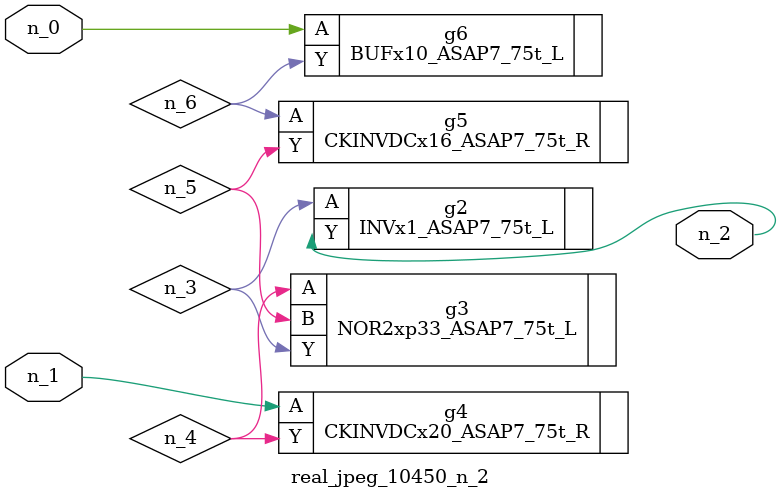
<source format=v>
module real_jpeg_10450_n_2 (n_1, n_0, n_2);

input n_1;
input n_0;

output n_2;

wire n_5;
wire n_4;
wire n_6;
wire n_3;

BUFx10_ASAP7_75t_L g6 ( 
.A(n_0),
.Y(n_6)
);

CKINVDCx20_ASAP7_75t_R g4 ( 
.A(n_1),
.Y(n_4)
);

INVx1_ASAP7_75t_L g2 ( 
.A(n_3),
.Y(n_2)
);

NOR2xp33_ASAP7_75t_L g3 ( 
.A(n_4),
.B(n_5),
.Y(n_3)
);

CKINVDCx16_ASAP7_75t_R g5 ( 
.A(n_6),
.Y(n_5)
);


endmodule
</source>
